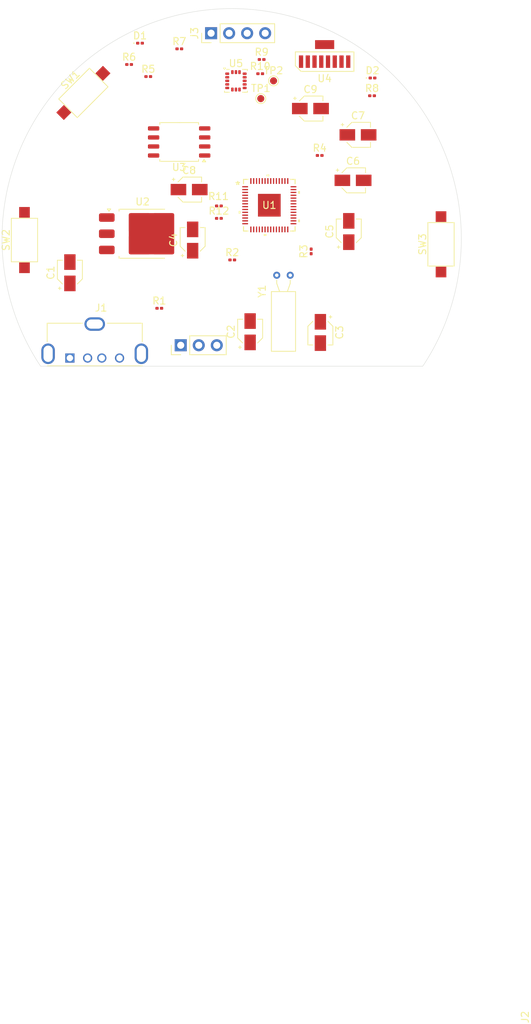
<source format=kicad_pcb>
(kicad_pcb (version 20240108) (generator "pcbnew") (generator_version "8.0")
  (layers (0 "F.Cu" signal) (31 "B.Cu" signal) (34 "B.Paste" user) (35 "F.Paste" user) (36 "B.SilkS" user "B.Silkscreen") (37 "F.SilkS" user "F.Silkscreen") (38 "B.Mask" user) (39 "F.Mask" user) (44 "Edge.Cuts" user))
  (net 0 "")
  (net 1 "+5V")
  (net 2 "GND")
  (net 3 "+3.3V")
  (net 4 "X0")
  (net 5 "X1")
  (net 6 "+1V1")
  (net 7 "Net-(U1-ADC_AVDD)")
  (net 8 "Net-(D1-A)")
  (net 9 "Net-(J1-D-)")
  (net 10 "Net-(J1-D+)")
  (net 12 "SWDIO")
  (net 13 "SWCLK")
  (net 14 "USB_DP")
  (net 15 "USB_DM")
  (net 16 "Net-(U1-RUN)")
  (net 17 "MCS")
  (net 18 "Net-(R6-Pad1)")
  (net 19 "LED0")
  (net 20 "Net-(D2-A)")
  (net 21 "SDA")
  (net 24 "IO2")
  (net 26 "SCL")
  (net 28 "LED1")
  (net 31 "Button1")
  (net 33 "IO3")
  (net 36 "Button2")
  (net 39 "Net-(U5-INT1)")
  (net 41 "IO0")
  (net 44 "MCLK")
  (net 47 "IO1")
  (net 51 "Net-(U5-INT2)")
  (net 55 "IRDA_SD")
  (net 56 "IRDA_RX")
  (net 57 "IRDA_TX")
  (footprint "Capacitor_SMD:CP_Elec_3x5.3" (layer "F.Cu") (at 119.4 87)
    (property "Reference" "C7" (at 0 -2.7 0) (layer "F.SilkS"))
    (property "Value" "10mF")
    (fp_line (start -2.375 -1.435) (end -2 -1.435) (stroke (width 0.12)) (layer "F.SilkS"))
    (fp_line (start -2.1875 -1.6225) (end -2.1875 -1.2475) (stroke (width 0.12)) (layer "F.SilkS"))
    (fp_line (start -1.570563 -1.06) (end -0.870563 -1.76) (stroke (width 0.12)) (layer "F.SilkS"))
    (fp_line (start -1.570563 1.06) (end -0.870563 1.76) (stroke (width 0.12)) (layer "F.SilkS"))
    (fp_line (start -0.870563 -1.76) (end 1.76 -1.76) (stroke (width 0.12)) (layer "F.SilkS"))
    (fp_line (start -0.870563 1.76) (end 1.76 1.76) (stroke (width 0.12)) (layer "F.SilkS"))
    (fp_line (start 1.76 -1.76) (end 1.76 -1.06) (stroke (width 0.12)) (layer "F.SilkS"))
    (fp_line (start 1.76 1.76) (end 1.76 1.06) (stroke (width 0.12)) (layer "F.SilkS"))
    (pad "1" smd rect (at -1.5 0) (size 2.2 1.6) (layers "F.Cu" "F.Paste" "F.Mask") (net 7 "Net-(U1-ADC_AVDD)"))
    (pad "2" smd rect (at 1.5 0) (size 2.2 1.6) (layers "F.Cu" "F.Paste" "F.Mask") (net 2 "GND"))
  )
  (footprint "Resistor_SMD:R_0201_0603Metric" (layer "F.Cu") (at 94.22 74.9)
    (property "Reference" "R7" (at 0 -1.05 0) (layer "F.SilkS"))
    (property "Value" "1K")
    (pad "1" smd roundrect (at -0.32 0) (size 0.46 0.4) (layers "F.Cu" "F.Mask") (net 8 "Net-(D1-A)"))
    (pad "2" smd roundrect (at 0.32 0) (size 0.46 0.4) (layers "F.Cu" "F.Mask") (net 19 "LED0"))
  )
  (footprint "Resistor_SMD:R_0201_0603Metric" (layer "F.Cu") (at 87.145 77.1)
    (property "Reference" "R6" (at 0 -1.05 0) (layer "F.SilkS"))
    (property "Value" "1K")
    (pad "1" smd roundrect (at -0.32 0) (size 0.46 0.4) (layers "F.Cu" "F.Mask") (net 18 "Net-(R6-Pad1)"))
    (pad "2" smd roundrect (at 0.32 0) (size 0.46 0.4) (layers "F.Cu" "F.Mask") (net 17 "MCS"))
  )
  (footprint "Crystal:Crystal_C38-LF_D3.0mm_L8.0mm_Horizontal" (layer "F.Cu") (at 107.95 106.75)
    (property "Reference" "Y1" (at -2.07 2.25 90) (layer "F.SilkS"))
    (property "Value" "12Mhz")
    (fp_line (start -0.75 2.3) (end -0.75 10.7) (stroke (width 0.12)) (layer "F.SilkS"))
    (fp_line (start -0.75 10.7) (end 2.65 10.7) (stroke (width 0.12)) (layer "F.SilkS"))
    (fp_line (start 0 1.15) (end 0 0.7) (stroke (width 0.12)) (layer "F.SilkS"))
    (fp_line (start 0.405 2.3) (end 0 1.15) (stroke (width 0.12)) (layer "F.SilkS"))
    (fp_line (start 1.495 2.3) (end 1.9 1.15) (stroke (width 0.12)) (layer "F.SilkS"))
    (fp_line (start 1.9 1.15) (end 1.9 0.7) (stroke (width 0.12)) (layer "F.SilkS"))
    (fp_line (start 2.65 2.3) (end -0.75 2.3) (stroke (width 0.12)) (layer "F.SilkS"))
    (fp_line (start 2.65 10.7) (end 2.65 2.3) (stroke (width 0.12)) (layer "F.SilkS"))
    (pad "1" thru_hole circle (at 0 0) (size 1 1) (drill 0.5) (layers "*.Cu" "*.Mask") (net 4 "X0"))
    (pad "2" thru_hole circle (at 1.9 0) (size 1 1) (drill 0.5) (layers "*.Cu" "*.Mask"))
  )
  (footprint "Capacitor_SMD:CP_Elec_3x5.3" (layer "F.Cu") (at 78.8 106.4 90)
    (property "Reference" "C1" (at 0 -2.7 -90) (layer "F.SilkS"))
    (property "Value" "100nF")
    (fp_line (start 1.76 -1.76) (end 1.76 -1.06) (stroke (width 0.12)) (layer "F.SilkS"))
    (fp_line (start -0.870563 -1.76) (end 1.76 -1.76) (stroke (width 0.12)) (layer "F.SilkS"))
    (fp_line (start -2.1875 -1.6225) (end -2.1875 -1.2475) (stroke (width 0.12)) (layer "F.SilkS"))
    (fp_line (start -2.375 -1.435) (end -2 -1.435) (stroke (width 0.12)) (layer "F.SilkS"))
    (fp_line (start -1.570563 -1.06) (end -0.870563 -1.76) (stroke (width 0.12)) (layer "F.SilkS"))
    (fp_line (start -1.570563 1.06) (end -0.870563 1.76) (stroke (width 0.12)) (layer "F.SilkS"))
    (fp_line (start 1.76 1.76) (end 1.76 1.06) (stroke (width 0.12)) (layer "F.SilkS"))
    (fp_line (start -0.870563 1.76) (end 1.76 1.76) (stroke (width 0.12)) (layer "F.SilkS"))
    (pad "1" smd rect (at -1.5 0 90) (size 2.2 1.6) (layers "F.Cu" "F.Paste" "F.Mask") (net 1 "+5V"))
    (pad "2" smd rect (at 1.5 0 90) (size 2.2 1.6) (layers "F.Cu" "F.Paste" "F.Mask") (net 2 "GND"))
  )
  (footprint "Capacitor_SMD:CP_Elec_3x5.3" (layer "F.Cu") (at 114.1 114.8 -90)
    (property "Reference" "C3" (at 0 -2.7 90) (layer "F.SilkS"))
    (property "Value" "15pF")
    (fp_line (start -0.870563 1.76) (end 1.76 1.76) (stroke (width 0.12)) (layer "F.SilkS"))
    (fp_line (start 1.76 1.76) (end 1.76 1.06) (stroke (width 0.12)) (layer "F.SilkS"))
    (fp_line (start -1.570563 1.06) (end -0.870563 1.76) (stroke (width 0.12)) (layer "F.SilkS"))
    (fp_line (start -1.570563 -1.06) (end -0.870563 -1.76) (stroke (width 0.12)) (layer "F.SilkS"))
    (fp_line (start -2.375 -1.435) (end -2 -1.435) (stroke (width 0.12)) (layer "F.SilkS"))
    (fp_line (start -2.1875 -1.6225) (end -2.1875 -1.2475) (stroke (width 0.12)) (layer "F.SilkS"))
    (fp_line (start -0.870563 -1.76) (end 1.76 -1.76) (stroke (width 0.12)) (layer "F.SilkS"))
    (fp_line (start 1.76 -1.76) (end 1.76 -1.06) (stroke (width 0.12)) (layer "F.SilkS"))
    (pad "1" smd rect (at -1.5 0 270) (size 2.2 1.6) (layers "F.Cu" "F.Paste" "F.Mask") (net 4 "X0"))
    (pad "2" smd rect (at 1.5 0 270) (size 2.2 1.6) (layers "F.Cu" "F.Paste" "F.Mask") (net 2 "GND"))
  )
  (footprint "Resistor_SMD:R_0201_0603Metric" (layer "F.Cu") (at 121.38 81.5)
    (property "Reference" "R8" (at 0 -1.05 0) (layer "F.SilkS"))
    (property "Value" "1K")
    (pad "1" smd roundrect (at -0.32 0) (size 0.46 0.4) (layers "F.Cu" "F.Mask") (net 20 "Net-(D2-A)"))
    (pad "2" smd roundrect (at 0.32 0) (size 0.46 0.4) (layers "F.Cu" "F.Mask") (net 28 "LED1"))
  )
  (footprint "Connector_USB:USB_A_Molex_105057_Vertical" (layer "F.Cu") (at 78.8 118.4)
    (property "Reference" "J1" (at 4.4 -7.05 0) (layer "F.SilkS"))
    (property "Value" "USB_B_Micro")
    (fp_line (start -3.2 -4.9) (end -3.2 -2.3) (stroke (width 0.12)) (layer "F.SilkS"))
    (fp_line (start -3.2 -4.9) (end 1.75 -4.9) (stroke (width 0.12)) (layer "F.SilkS"))
    (fp_line (start 10.2 -4.9) (end 5.25 -4.9) (stroke (width 0.12)) (layer "F.SilkS"))
    (fp_line (start 10.2 -4.9) (end 10.2 -2.3) (stroke (width 0.12)) (layer "F.SilkS"))
    (fp_line (start 10.2 1.1) (end -3.2 1.1) (stroke (width 0.12)) (layer "F.SilkS"))
    (pad "1" thru_hole rect (at 0 0) (size 1.3 1.3) (drill 0.9) (layers "*.Cu" "*.Mask") (net 1 "+5V"))
    (pad "2" thru_hole circle (at 2.5 0) (size 1.3 1.3) (drill 0.9) (layers "*.Cu" "*.Mask") (net 9 "Net-(J1-D-)"))
    (pad "3" thru_hole circle (at 4.5 0) (size 1.3 1.3) (drill 0.9) (layers "*.Cu" "*.Mask") (net 10 "Net-(J1-D+)"))
    (pad "4" thru_hole circle (at 7 0) (size 1.3 1.3) (drill 0.9) (layers "*.Cu" "*.Mask"))
    (pad "5" thru_hole oval (at -3.07 -0.6 180) (size 1.9 2.9) (drill oval 1.3 2.3) (layers "*.Cu" "*.Mask") (net 2 "GND"))
    (pad "5" thru_hole oval (at 3.5 -4.78 90) (size 1.9 2.9) (drill oval 1.3 2.3) (layers "*.Cu" "*.Mask") (net 2 "GND"))
    (pad "5" thru_hole oval (at 10.07 -0.6) (size 1.9 2.9) (drill oval 1.3 2.3) (layers "*.Cu" "*.Mask") (net 2 "GND"))
  )
  (footprint "Resistor_SMD:R_0201_0603Metric" (layer "F.Cu") (at 91.4 111.4)
    (property "Reference" "R1" (at 0 -1.05 0) (layer "F.SilkS"))
    (property "Value" "27")
    (pad "1" smd roundrect (at -0.32 0) (size 0.46 0.4) (layers "F.Cu" "F.Mask") (net 10 "Net-(J1-D+)"))
    (pad "2" smd roundrect (at 0.32 0) (size 0.46 0.4) (layers "F.Cu" "F.Mask") (net 14 "USB_DP"))
  )
  (footprint "Capacitor_SMD:CP_Elec_3x5.3" (layer "F.Cu") (at 112.7 83.3)
    (property "Reference" "C9" (at 0 -2.7 0) (layer "F.SilkS"))
    (property "Value" "10mF")
    (fp_line (start -2.375 -1.435) (end -2 -1.435) (stroke (width 0.12)) (layer "F.SilkS"))
    (fp_line (start -2.1875 -1.6225) (end -2.1875 -1.2475) (stroke (width 0.12)) (layer "F.SilkS"))
    (fp_line (start -1.570563 -1.06) (end -0.870563 -1.76) (stroke (width 0.12)) (layer "F.SilkS"))
    (fp_line (start -1.570563 1.06) (end -0.870563 1.76) (stroke (width 0.12)) (layer "F.SilkS"))
    (fp_line (start -0.870563 -1.76) (end 1.76 -1.76) (stroke (width 0.12)) (layer "F.SilkS"))
    (fp_line (start -0.870563 1.76) (end 1.76 1.76) (stroke (width 0.12)) (layer "F.SilkS"))
    (fp_line (start 1.76 -1.76) (end 1.76 -1.06) (stroke (width 0.12)) (layer "F.SilkS"))
    (fp_line (start 1.76 1.76) (end 1.76 1.06) (stroke (width 0.12)) (layer "F.SilkS"))
    (pad "1" smd rect (at -1.5 0) (size 2.2 1.6) (layers "F.Cu" "F.Paste" "F.Mask") (net 3 "+3.3V"))
    (pad "2" smd rect (at 1.5 0) (size 2.2 1.6) (layers "F.Cu" "F.Paste" "F.Mask") (net 2 "GND"))
  )
  (footprint "HSDL_3201:HSDL_3201" (layer "F.Cu") (at 114.7 75.9)
    (property "Reference" "U4" (at 0 3.175 0) (layer "F.SilkS"))
    (property "Value" "~")
    (fp_line (start -4.125 -0.575) (end 4.125 -0.575) (stroke (width 0.12)) (layer "F.SilkS"))
    (fp_line (start -4.125 1.375) (end -4.125 -0.575) (stroke (width 0.12)) (layer "F.SilkS"))
    (fp_line (start -3.325 2.175) (end -4.125 1.375) (stroke (width 0.12)) (layer "F.SilkS"))
    (fp_line (start 4.125 -0.575) (end 4.125 2.175) (stroke (width 0.12)) (layer "F.SilkS"))
    (fp_line (start 4.125 2.175) (end -3.325 2.175) (stroke (width 0.12)) (layer "F.SilkS"))
    (pad "1" smd rect (at -3.325 0.8) (size 0.6 1.75) (layers "F.Cu" "F.Paste" "F.Mask") (net 2 "GND"))
    (pad "2" smd rect (at -2.375 0.8) (size 0.6 1.75) (layers "F.Cu" "F.Paste" "F.Mask"))
    (pad "3" smd rect (at -1.425 0.8) (size 0.6 1.75) (layers "F.Cu" "F.Paste" "F.Mask") (net 3 "+3.3V"))
    (pad "4" smd rect (at -0.475 0.8) (size 0.6 1.75) (layers "F.Cu" "F.Paste" "F.Mask") (net 2 "GND"))
    (pad "5" smd rect (at 0.475 0.8) (size 0.6 1.75) (layers "F.Cu" "F.Paste" "F.Mask") (net 55 "IRDA_SD"))
    (pad "6" smd rect (at 1.425 0.8) (size 0.6 1.75) (layers "F.Cu" "F.Paste" "F.Mask") (net 56 "IRDA_RX"))
    (pad "7" smd rect (at 2.375 0.8) (size 0.6 1.75) (layers "F.Cu" "F.Paste" "F.Mask") (net 57 "IRDA_TX"))
    (pad "8" smd rect (at 3.325 0.8) (size 0.6 1.75) (layers "F.Cu" "F.Paste" "F.Mask") (net 3 "+3.3V"))
    (pad "9" smd rect (at 0 -1.6) (size 2.7 1.25) (layers "F.Cu" "F.Paste" "F.Mask") (net 2 "GND"))
  )
  (footprint "Package_SO:SOIC-8_5.23x5.23mm_P1.27mm" (layer "F.Cu") (at 94.2 88 180)
    (property "Reference" "U3" (at 0 -3.56 180) (layer "F.SilkS"))
    (property "Value" "W25Q32JVSS")
    (fp_line (start 2.725 2.725) (end 2.725 2.465) (stroke (width 0.12)) (layer "F.SilkS"))
    (fp_line (start 2.725 -2.725) (end 2.725 -2.465) (stroke (width 0.12)) (layer "F.SilkS"))
    (fp_line (start 0 2.725) (end 2.725 2.725) (stroke (width 0.12)) (layer "F.SilkS"))
    (fp_line (start 0 2.725) (end -2.725 2.725) (stroke (width 0.12)) (layer "F.SilkS"))
    (fp_line (start 0 -2.725) (end 2.725 -2.725) (stroke (width 0.12)) (layer "F.SilkS"))
    (fp_line (start 0 -2.725) (end -2.725 -2.725) (stroke (width 0.12)) (layer "F.SilkS"))
    (fp_line (start -2.725 2.725) (end -2.725 2.465) (stroke (width 0.12)) (layer "F.SilkS"))
    (fp_line (start -2.725 -2.725) (end -2.725 -2.465) (stroke (width 0.12)) (layer "F.SilkS"))
    (fp_poly (pts (xy -3.5075 -2.465) (xy -3.7475 -2.795) (xy -3.2675 -2.795) (xy -3.5075 -2.465)) (stroke (width 0.12)) (fill solid) (layer "F.SilkS"))
    (pad "1" smd roundrect (at -3.6 -1.905 180) (size 1.6 0.6) (layers "F.Cu" "F.Paste" "F.Mask") (net 17 "MCS"))
    (pad "2" smd roundrect (at -3.6 -0.635 180) (size 1.6 0.6) (layers "F.Cu" "F.Paste" "F.Mask") (net 47 "IO1"))
    (pad "3" smd roundrect (at -3.6 0.635 180) (size 1.6 0.6) (layers "F.Cu" "F.Paste" "F.Mask") (net 24 "IO2"))
    (pad "4" smd roundrect (at -3.6 1.905 180) (size 1.6 0.6) (layers "F.Cu" "F.Paste" "F.Mask") (net 2 "GND"))
    (pad "5" smd roundrect (at 3.6 1.905 180) (size 1.6 0.6) (layers "F.Cu" "F.Paste" "F.Mask") (net 41 "IO0"))
    (pad "6" smd roundrect (at 3.6 0.635 180) (size 1.6 0.6) (layers "F.Cu" "F.Paste" "F.Mask") (net 44 "MCLK"))
    (pad "7" smd roundrect (at 3.6 -0.635 180) (size 1.6 0.6) (layers "F.Cu" "F.Paste" "F.Mask") (net 33 "IO3"))
    (pad "8" smd roundrect (at 3.6 -1.905 180) (size 1.6 0.6) (layers "F.Cu" "F.Paste" "F.Mask") (net 3 "+3.3V"))
  )
  (footprint "Resistor_SMD:R_0201_0603Metric" (layer "F.Cu") (at 99.8 97)
    (property "Reference" "R11" (at -0.055 -1.35 0) (layer "F.SilkS"))
    (property "Value" "4.7k")
    (pad "1" smd roundrect (at -0.32 0) (size 0.46 0.4) (layers "F.Cu" "F.Mask") (net 31 "Button1"))
    (pad "2" smd roundrect (at 0.32 0) (size 0.46 0.4) (layers "F.Cu" "F.Mask") (net 3 "+3.3V"))
  )
  (footprint "Resistor_SMD:R_0201_0603Metric" (layer "F.Cu") (at 99.8 98.75)
    (property "Reference" "R12" (at 0 -1.05 0) (layer "F.SilkS"))
    (property "Value" "4.7k")
    (pad "1" smd roundrect (at -0.32 0) (size 0.46 0.4) (layers "F.Cu" "F.Mask") (net 36 "Button2"))
    (pad "2" smd roundrect (at 0.32 0) (size 0.46 0.4) (layers "F.Cu" "F.Mask") (net 3 "+3.3V"))
  )
  (footprint "Button_Switch_SMD:SW_SPST_CK_RS282G05A3" (layer "F.Cu") (at 80.7 81.1 45)
    (property "Reference" "SW1" (at 0 -2.600001 45) (layer "F.SilkS"))
    (property "Value" "SW_Push")
    (fp_line (start -3.06 -1.85) (end 3.06 -1.85) (stroke (width 0.12)) (layer "F.SilkS"))
    (fp_line (start -3.06 1.85) (end -3.06 -1.85) (stroke (width 0.12)) (layer "F.SilkS"))
    (fp_line (start 3.06 -1.85) (end 3.06 1.85) (stroke (width 0.12)) (layer "F.SilkS"))
    (fp_line (start 3.06 1.85) (end -3.06 1.85) (stroke (width 0.12)) (layer "F.SilkS"))
    (pad "1" smd rect (at -3.899999 0 45) (size 1.5 1.5) (layers "F.Cu" "F.Paste" "F.Mask") (net 2 "GND"))
    (pad "2" smd rect (at 3.899999 0 45) (size 1.5 1.5) (layers "F.Cu" "F.Paste" "F.Mask") (net 18 "Net-(R6-Pad1)"))
  )
  (footprint "TestPoint:TestPoint_Pad_D1.0mm" (layer "F.Cu") (at 107.5 79.4)
    (property "Reference" "TP2" (at 0 -1.448 0) (layer "F.SilkS"))
    (property "Value" "TestPoint")
    (fp_circle (center 0 0) (end 0 0.7) (stroke (width 0.12)) (fill none) (layer "F.SilkS"))
    (pad "1" smd circle (at 0 0) (size 1 1) (layers "F.Cu" "F.Mask") (net 51 "Net-(U5-INT2)"))
  )
  (footprint "Button_Switch_SMD:SW_SPST_CK_RS282G05A3" (layer "F.Cu") (at 131.1 102.4 90)
    (property "Reference" "SW3" (at 0 -2.6 -90) (layer "F.SilkS"))
    (property "Value" "SW_Push")
    (fp_line (start 3.06 -1.85) (end 3.06 1.85) (stroke (width 0.12)) (layer "F.SilkS"))
    (fp_line (start -3.06 -1.85) (end 3.06 -1.85) (stroke (width 0.12)) (layer "F.SilkS"))
    (fp_line (start 3.06 1.85) (end -3.06 1.85) (stroke (width 0.12)) (layer "F.SilkS"))
    (fp_line (start -3.06 1.85) (end -3.06 -1.85) (stroke (width 0.12)) (layer "F.SilkS"))
    (pad "1" smd rect (at -3.9 0 90) (size 1.5 1.5) (layers "F.Cu" "F.Paste" "F.Mask") (net 36 "Button2"))
    (pad "2" smd rect (at 3.9 0 90) (size 1.5 1.5) (layers "F.Cu" "F.Paste" "F.Mask") (net 2 "GND"))
  )
  (footprint "LED_SMD:LED_0201_0603Metric" (layer "F.Cu") (at 88.68 74.1)
    (property "Reference" "D1" (at 0 -1.05 0) (layer "F.SilkS"))
    (property "Value" "LED")
    (fp_circle (center -0.86 0) (end -0.81 0) (stroke (width 0.1)) (fill none) (layer "F.SilkS"))
    (pad "1" smd roundrect (at -0.32 0) (size 0.46 0.4) (layers "F.Cu" "F.Mask") (net 2 "GND"))
    (pad "2" smd roundrect (at 0.32 0) (size 0.46 0.4) (layers "F.Cu" "F.Mask") (net 8 "Net-(D1-A)"))
  )
  (footprint "LED_SMD:LED_0201_0603Metric" (layer "F.Cu") (at 121.445 79)
    (property "Reference" "D2" (at 0 -1.05 0) (layer "F.SilkS"))
    (property "Value" "LED")
    (fp_circle (center -0.86 0) (end -0.81 0) (stroke (width 0.1)) (fill none) (layer "F.SilkS"))
    (pad "1" smd roundrect (at -0.32 0) (size 0.46 0.4) (layers "F.Cu" "F.Mask") (net 2 "GND"))
    (pad "2" smd roundrect (at 0.32 0) (size 0.46 0.4) (layers "F.Cu" "F.Mask") (net 20 "Net-(D2-A)"))
  )
  (footprint "Resistor_SMD:R_0201_0603Metric" (layer "F.Cu") (at 89.845 78.8)
    (property "Reference" "R5" (at 0 -1.05 0) (layer "F.SilkS"))
    (property "Value" "10K")
    (pad "1" smd roundrect (at -0.32 0) (size 0.46 0.4) (layers "F.Cu" "F.Mask") (net 17 "MCS"))
    (pad "2" smd roundrect (at 0.32 0) (size 0.46 0.4) (layers "F.Cu" "F.Mask") (net 3 "+3.3V"))
  )
  (footprint "Package_LGA:LGA-16_3x3mm_P0.5mm_LayoutBorder3x5y" (layer "F.Cu") (at 102.2 79.4)
    (property "Reference" "U5" (at 0 -2.45 0) (layer "F.SilkS"))
    (property "Value" "LIS3DH")
    (fp_line (start -1.61 1.61) (end -1.61 1.435) (stroke (width 0.12)) (layer "F.SilkS"))
    (fp_line (start -0.935 -1.61) (end -1.31 -1.61) (stroke (width 0.12)) (layer "F.SilkS"))
    (fp_line (start -0.935 1.61) (end -1.61 1.61) (stroke (width 0.12)) (layer "F.SilkS"))
    (fp_line (start 0.935 -1.61) (end 1.61 -1.61) (stroke (width 0.12)) (layer "F.SilkS"))
    (fp_line (start 0.935 1.61) (end 1.61 1.61) (stroke (width 0.12)) (layer "F.SilkS"))
    (fp_line (start 1.61 -1.61) (end 1.61 -1.435) (stroke (width 0.12)) (layer "F.SilkS"))
    (fp_line (start 1.61 1.61) (end 1.61 1.435) (stroke (width 0.12)) (layer "F.SilkS"))
    (fp_poly (pts (xy -1.61 -1.61) (xy -1.75 -1.8) (xy -1.47 -1.8) (xy -1.61 -1.61)) (stroke (width 0.12)) (fill solid) (layer "F.SilkS"))
    (pad "1" smd roundrect (at -1.225 -1) (size 0.55 0.35) (layers "F.Cu" "F.Paste" "F.Mask") (net 3 "+3.3V"))
    (pad "2" smd roundrect (at -1.225 -0.5) (size 0.55 0.35) (layers "F.Cu" "F.Paste" "F.Mask"))
    (pad "3" smd roundrect (at -1.225 0) (size 0.55 0.35) (layers "F.Cu" "F.Paste" "F.Mask"))
    (pad "4" smd roundrect (at -1.225 0.5) (size 0.55 0.35) (layers "F.Cu" "F.Paste" "F.Mask") (net 26 "SCL"))
    (pad "5" smd roundrect (at -1.225 1) (size 0.55 0.35) (layers "F.Cu" "F.Paste" "F.Mask") (net 2 "GND"))
    (pad "6" smd roundrect (at -0.5 1.225) (size 0.35 0.55) (layers "F.Cu" "F.Paste" "F.Mask") (net 21 "SDA"))
    (pad "7" smd roundrect (at 0 1.225) (size 0.35 0.55) (layers "F.Cu" "F.Paste" "F.Mask"))
    (pad "8" smd roundrect (at 0.5 1.225) (size 0.35 0.55) (layers "F.Cu" "F.Paste" "F.Mask") (net 3 "+3.3V"))
    (pad "9" smd roundrect (at 1.225 1) (size 0.55 0.35) (layers "F.Cu" "F.Paste" "F.Mask") (net 51 "Net-(U5-INT2)"))
    (pad "10" smd roundrect (at 1.225 0.5) (size 0.55 0.35) (layers "F.Cu" "F.Paste" "F.Mask") (net 2 "GND"))
    (pad "11" smd roundrect (at 1.225 0) (size 0.55 0.35) (layers "F.Cu" "F.Paste" "F.Mask") (net 39 "Net-(U5-INT1)"))
    (pad "12" smd roundrect (at 1.225 -0.5) (size 0.55 0.35) (layers "F.Cu" "F.Paste" "F.Mask") (net 2 "GND"))
    (pad "13" smd roundrect (at 1.225 -1) (size 0.55 0.35) (layers "F.Cu" "F.Paste" "F.Mask"))
    (pad "14" smd roundrect (at 0.5 -1.225) (size 0.35 0.55) (layers "F.Cu" "F.Paste" "F.Mask") (net 3 "+3.3V"))
    (pad "15" smd roundrect (at 0 -1.225) (size 0.35 0.55) (layers "F.Cu" "F.Paste" "F.Mask"))
    (pad "16" smd roundrect (at -0.5 -1.225) (size 0.35 0.55) (layers "F.Cu" "F.Paste" "F.Mask"))
  )
  (footprint "Connector_PinHeader_2.54mm:PinHeader_1x04_P2.54mm_Vertical" (layer "F.Cu") (at 98.7 72.7 90)
    (property "Reference" "J3" (at 0 -2.33 -90) (layer "F.SilkS"))
    (property "Value" "Conn_01x04")
    (fp_line (start -1.33 -1.33) (end 0 -1.33) (stroke (width 0.12)) (layer "F.SilkS"))
    (fp_line (start -1.33 0) (end -1.33 -1.33) (stroke (width 0.12)) (layer "F.SilkS"))
    (fp_line (start 1.33 1.27) (end 1.33 8.95) (stroke (width 0.12)) (layer "F.SilkS"))
    (fp_line (start -1.33 1.27) (end 1.33 1.27) (stroke (width 0.12)) (layer "F.SilkS"))
    (fp_line (start -1.33 1.27) (end -1.33 8.95) (stroke (width 0.12)) (layer "F.SilkS"))
    (fp_line (start -1.33 8.95) (end 1.33 8.95) (stroke (width 0.12)) (layer "F.SilkS"))
    (pad "1" thru_hole rect (at 0 0 90) (size 1.7 1.7) (drill 1) (layers "*.Cu" "*.Mask") (net 2 "GND"))
    (pad "2" thru_hole oval (at 0 2.54 90) (size 1.7 1.7) (drill 1) (layers "*.Cu" "*.Mask") (net 3 "+3.3V"))
    (pad "3" thru_hole oval (at 0 5.08 90) (size 1.7 1.7) (drill 1) (layers "*.Cu" "*.Mask") (net 26 "SCL"))
    (pad "4" thru_hole oval (at 0 7.62 90) (size 1.7 1.7) (drill 1) (layers "*.Cu" "*.Mask") (net 21 "SDA"))
  )
  (footprint "Button_Switch_SMD:SW_SPST_CK_RS282G05A3" (layer "F.Cu") (at 72.4 101.8 90)
    (property "Reference" "SW2" (at 0 -2.6 -90) (layer "F.SilkS"))
    (property "Value" "SW_Push")
    (fp_line (start 3.06 -1.85) (end 3.06 1.85) (stroke (width 0.12)) (layer "F.SilkS"))
    (fp_line (start -3.06 -1.85) (end 3.06 -1.85) (stroke (width 0.12)) (layer "F.SilkS"))
    (fp_line (start 3.06 1.85) (end -3.06 1.85) (stroke (width 0.12)) (layer "F.SilkS"))
    (fp_line (start -3.06 1.85) (end -3.06 -1.85) (stroke (width 0.12)) (layer "F.SilkS"))
    (pad "1" smd rect (at -3.9 0 90) (size 1.5 1.5) (layers "F.Cu" "F.Paste" "F.Mask") (net 31 "Button1"))
    (pad "2" smd rect (at 3.9 0 90) (size 1.5 1.5) (layers "F.Cu" "F.Paste" "F.Mask") (net 2 "GND"))
  )
  (footprint "Resistor_SMD:R_0201_0603Metric" (layer "F.Cu") (at 105.62 78.4)
    (property "Reference" "R10" (at 0 -1.05 0) (layer "F.SilkS"))
    (property "Value" "4.7k")
    (pad "1" smd roundrect (at -0.32 0) (size 0.46 0.4) (layers "F.Cu" "F.Mask") (net 26 "SCL"))
    (pad "2" smd roundrect (at 0.32 0) (size 0.46 0.4) (layers "F.Cu" "F.Mask") (net 3 "+3.3V"))
  )
  (footprint "Resistor_SMD:R_0201_0603Metric" (layer "F.Cu") (at 101.68 104.6)
    (property "Reference" "R2" (at 0 -1.05 0) (layer "F.SilkS"))
    (property "Value" "27")
    (pad "1" smd roundrect (at -0.32 0) (size 0.46 0.4) (layers "F.Cu" "F.Mask") (net 9 "Net-(J1-D-)"))
    (pad "2" smd roundrect (at 0.32 0) (size 0.46 0.4) (layers "F.Cu" "F.Mask") (net 15 "USB_DM"))
  )
  (footprint "Capacitor_SMD:CP_Elec_3x5.3" (layer "F.Cu") (at 118.7 93.4)
    (property "Reference" "C6" (at 0 -2.7 0) (layer "F.SilkS"))
    (property "Value" "10mF")
    (fp_line (start -2.375 -1.435) (end -2 -1.435) (stroke (width 0.12)) (layer "F.SilkS"))
    (fp_line (start -2.1875 -1.6225) (end -2.1875 -1.2475) (stroke (width 0.12)) (layer "F.SilkS"))
    (fp_line (start -1.570563 -1.06) (end -0.870563 -1.76) (stroke (width 0.12)) (layer "F.SilkS"))
    (fp_line (start -1.570563 1.06) (end -0.870563 1.76) (stroke (width 0.12)) (layer "F.SilkS"))
    (fp_line (start -0.870563 -1.76) (end 1.76 -1.76) (stroke (width 0.12)) (layer "F.SilkS"))
    (fp_line (start -0.870563 1.76) (end 1.76 1.76) (stroke (width 0.12)) (layer "F.SilkS"))
    (fp_line (start 1.76 -1.76) (end 1.76 -1.06) (stroke (width 0.12)) (layer "F.SilkS"))
    (fp_line (start 1.76 1.76) (end 1.76 1.06) (stroke (width 0.12)) (layer "F.SilkS"))
    (pad "1" smd rect (at -1.5 0) (size 2.2 1.6) (layers "F.Cu" "F.Paste" "F.Mask") (net 3 "+3.3V"))
    (pad "2" smd rect (at 1.5 0) (size 2.2 1.6) (layers "F.Cu" "F.Paste" "F.Mask") (net 2 "GND"))
  )
  (footprint "Package_TO_SOT_SMD:TO-252-3_TabPin2" (layer "F.Cu") (at 89.04 100.9125)
    (property "Reference" "U2" (at 0 -4.5 0) (layer "F.SilkS"))
    (property "Value" "AMS1117CD-3.3")
    (fp_line (start -3.31 -3.45) (end -3.31 -3.18) (stroke (width 0.12)) (layer "F.SilkS"))
    (fp_line (start -3.31 3.45) (end -3.31 3.18) (stroke (width 0.12)) (layer "F.SilkS"))
    (fp_line (start 3.11 -3.45) (end -3.31 -3.45) (stroke (width 0.12)) (layer "F.SilkS"))
    (fp_line (start 3.11 3.45) (end -3.31 3.45) (stroke (width 0.12)) (layer "F.SilkS"))
    (fp_poly (pts (xy -4.725 -3.16) (xy -4.965 -3.49) (xy -4.485 -3.49) (xy -4.725 -3.16)) (stroke (width 0.12)) (fill solid) (layer "F.SilkS"))
    (pad "1" smd roundrect (at -5.04 -2.28) (size 2.2 1.2) (layers "F.Cu" "F.Paste" "F.Mask") (roundrect_rratio 0.208333) (net 2 "GND"))
    (pad "2" smd roundrect (at -5.04 0) (size 2.2 1.2) (layers "F.Cu" "F.Paste" "F.Mask") (roundrect_rratio 0.208333) (net 3 "+3.3V"))
    (pad "2" smd roundrect (at -0.415 -1.525) (size 3.05 2.75) (layers "F.Cu" "F.Paste") (roundrect_rratio 0.090909) (net 3 "+3.3V"))
    (pad "2" smd roundrect (at -0.415 1.525) (size 3.05 2.75) (layers "F.Cu" "F.Paste") (roundrect_rratio 0.090909) (net 3 "+3.3V"))
    (pad "2" smd roundrect (at 1.26 0) (size 6.4 5.8) (layers "F.Cu" "F.Mask") (roundrect_rratio 0.043103) (net 3 "+3.3V"))
    (pad "2" smd roundrect (at 2.935 -1.525) (size 3.05 2.75) (layers "F.Cu" "F.Paste") (roundrect_rratio 0.090909) (net 3 "+3.3V"))
    (pad "2" smd roundrect (at 2.935 1.525) (size 3.05 2.75) (layers "F.Cu" "F.Paste") (roundrect_rratio 0.090909) (net 3 "+3.3V"))
    (pad "3" smd roundrect (at -5.04 2.28) (size 2.2 1.2) (layers "F.Cu" "F.Paste" "F.Mask") (roundrect_rratio 0.208333) (net 1 "+5V"))
  )
  (footprint "Capacitor_SMD:CP_Elec_3x5.3" (layer "F.Cu") (at 96.1 101.8 90)
    (property "Reference" "C4" (at 0 -2.7 -90) (layer "F.SilkS"))
    (property "Value" "15pF")
    (fp_line (start 1.76 -1.76) (end 1.76 -1.06) (stroke (width 0.12)) (layer "F.SilkS"))
    (fp_line (start -0.870563 -1.76) (end 1.76 -1.76) (stroke (width 0.12)) (layer "F.SilkS"))
    (fp_line (start -2.1875 -1.6225) (end -2.1875 -1.2475) (stroke (width 0.12)) (layer "F.SilkS"))
    (fp_line (start -2.375 -1.435) (end -2 -1.435) (stroke (width 0.12)) (layer "F.SilkS"))
    (fp_line (start -1.570563 -1.06) (end -0.870563 -1.76) (stroke (width 0.12)) (layer "F.SilkS"))
    (fp_line (start -1.570563 1.06) (end -0.870563 1.76) (stroke (width 0.12)) (layer "F.SilkS"))
    (fp_line (start 1.76 1.76) (end 1.76 1.06) (stroke (width 0.12)) (layer "F.SilkS"))
    (fp_line (start -0.870563 1.76) (end 1.76 1.76) (stroke (width 0.12)) (layer "F.SilkS"))
    (pad "1" smd rect (at -1.5 0 90) (size 2.2 1.6) (layers "F.Cu" "F.Paste" "F.Mask") (net 5 "X1"))
    (pad "2" smd rect (at 1.5 0 90) (size 2.2 1.6) (layers "F.Cu" "F.Paste" "F.Mask") (net 2 "GND"))
  )
  (footprint "Capacitor_SMD:CP_Elec_3x5.3" (layer "F.Cu") (at 95.6 94.7)
    (property "Reference" "C8" (at 0 -2.7 0) (layer "F.SilkS"))
    (property "Value" "100nF")
    (fp_line (start -2.375 -1.435) (end -2 -1.435) (stroke (width 0.12)) (layer "F.SilkS"))
    (fp_line (start -2.1875 -1.6225) (end -2.1875 -1.2475) (stroke (width 0.12)) (layer "F.SilkS"))
    (fp_line (start -1.570563 -1.06) (end -0.870563 -1.76) (stroke (width 0.12)) (layer "F.SilkS"))
    (fp_line (start -1.570563 1.06) (end -0.870563 1.76) (stroke (width 0.12)) (layer "F.SilkS"))
    (fp_line (start -0.870563 -1.76) (end 1.76 -1.76) (stroke (width 0.12)) (layer "F.SilkS"))
    (fp_line (start -0.870563 1.76) (end 1.76 1.76) (stroke (width 0.12)) (layer "F.SilkS"))
    (fp_line (start 1.76 -1.76) (end 1.76 -1.06) (stroke (width 0.12)) (layer "F.SilkS"))
    (fp_line (start 1.76 1.76) (end 1.76 1.06) (stroke (width 0.12)) (layer "F.SilkS"))
    (pad "1" smd rect (at -1.5 0) (size 2.2 1.6) (layers "F.Cu" "F.Paste" "F.Mask") (net 3 "+3.3V"))
    (pad "2" smd rect (at 1.5 0) (size 2.2 1.6) (layers "F.Cu" "F.Paste" "F.Mask") (net 2 "GND"))
  )
  (footprint "RP2040:IC57_RP2040" (layer "F.Cu") (at 106.9036 96.9)
    (property "Reference" "U1" (at 0 0 0) (layer "F.SilkS"))
    (property "Value" "RP2040")
    (fp_line (start -3.6322 -3.6322) (end -3.6322 -3.02164) (stroke (width 0.1524)) (layer "F.SilkS"))
    (fp_line (start -3.6322 3.02164) (end -3.6322 3.6322) (stroke (width 0.1524)) (layer "F.SilkS"))
    (fp_line (start -3.6322 3.6322) (end -3.02164 3.6322) (stroke (width 0.1524)) (layer "F.SilkS"))
    (fp_line (start -3.02164 -3.6322) (end -3.6322 -3.6322) (stroke (width 0.1524)) (layer "F.SilkS"))
    (fp_line (start 3.02164 3.6322) (end 3.6322 3.6322) (stroke (width 0.1524)) (layer "F.SilkS"))
    (fp_line (start 3.6322 -3.6322) (end 3.02164 -3.6322) (stroke (width 0.1524)) (layer "F.SilkS"))
    (fp_line (start 3.6322 -3.02164) (end 3.6322 -3.6322) (stroke (width 0.1524)) (layer "F.SilkS"))
    (fp_line (start 3.6322 3.6322) (end 3.6322 3.02164) (stroke (width 0.1524)) (layer "F.SilkS"))
    (fp_poly (pts (xy -4.318 0.809501) (xy -4.318 1.190501) (xy -4.064 1.190501) (xy -4.064 0.809501)) (fill solid) (layer "F.SilkS"))
    (fp_poly (pts (xy -0.790499 4.064) (xy -0.790499 4.318) (xy -0.409499 4.318) (xy -0.409499 4.064)) (fill solid) (layer "F.SilkS"))
    (fp_poly (pts (xy -0.3905 -4.064) (xy -0.3905 -4.318) (xy -0.0095 -4.318) (xy -0.0095 -4.064)) (fill solid) (layer "F.SilkS"))
    (fp_poly (pts (xy 4.318 -1.990499) (xy 4.318 -1.609499) (xy 4.064 -1.609499) (xy 4.064 -1.990499)) (fill solid) (layer "F.SilkS"))
    (fp_poly (pts (xy 4.318 2.009501) (xy 4.318 2.390501) (xy 4.064 2.390501) (xy 4.064 2.009501)) (fill solid) (layer "F.SilkS"))
    (fp_text user "*" (at -4.445 -2.8 0) (layer "F.SilkS"))
    (fp_text user "*" (at -4.445 -2.8 0) (layer "F.SilkS"))
    (pad "1" smd rect (at -3.4036 -2.6 90) (size 0.1778 0.8128) (layers "F.Cu" "F.Paste" "F.Mask") (net 3 "+3.3V"))
    (pad "2" smd rect (at -3.4036 -2.200001 90) (size 0.1778 0.8128) (layers "F.Cu" "F.Paste" "F.Mask") (net 19 "LED0"))
    (pad "3" smd rect (at -3.4036 -1.799999 90) (size 0.1778 0.8128) (layers "F.Cu" "F.Paste" "F.Mask") (net 28 "LED1"))
    (pad "4" smd rect (at -3.4036 -1.4 90) (size 0.1778 0.8128) (layers "F.Cu" "F.Paste" "F.Mask") (net 21 "SDA"))
    (pad "5" smd rect (at -3.4036 -1.000001 90) (size 0.1778 0.8128) (layers "F.Cu" "F.Paste" "F.Mask") (net 26 "SCL"))
    (pad "6" smd rect (at -3.4036 -0.599999 90) (size 0.1778 0.8128) (layers "F.Cu" "F.Paste" "F.Mask") (net 56 "IRDA_RX"))
    (pad "7" smd rect (at -3.4036 -0.2 90) (size 0.1778 0.8128) (layers "F.Cu" "F.Paste" "F.Mask") (net 57 "IRDA_TX"))
    (pad "8" smd rect (at -3.4036 0.2 90) (size 0.1778 0.8128) (layers "F.Cu" "F.Paste" "F.Mask") (net 55 "IRDA_SD"))
    (pad "9" smd rect (at -3.4036 0.599999 90) (size 0.1778 0.8128) (layers "F.Cu" "F.Paste" "F.Mask") (net 31 "Button1"))
    (pad "10" smd rect (at -3.4036 1.000001 90) (size 0.1778 0.8128) (layers "F.Cu" "F.Paste" "F.Mask") (net 3 "+3.3V"))
    (pad "11" smd rect (at -3.4036 1.4 90) (size 0.1778 0.8128) (layers "F.Cu" "F.Paste" "F.Mask") (net 36 "Button2"))
    (pad "12" smd rect (at -3.4036 1.799999 90) (size 0.1778 0.8128) (layers "F.Cu" "F.Paste" "F.Mask"))
    (pad "13" smd rect (at -3.4036 2.200001 90) (size 0.1778 0.8128) (layers "F.Cu" "F.Paste" "F.Mask"))
    (pad "14" smd rect (at -3.4036 2.6 90) (size 0.1778 0.8128) (layers "F.Cu" "F.Paste" "F.Mask"))
    (pad "15" smd rect (at -2.6 3.4036) (size 0.1778 0.8128) (layers "F.Cu" "F.Paste" "F.Mask"))
    (pad "16" smd rect (at -2.200001 3.4036) (size 0.1778 0.8128) (layers "F.Cu" "F.Paste" "F.Mask"))
    (pad "17" smd rect (at -1.799999 3.4036) (size 0.1778 0.8128) (layers "F.Cu" "F.Paste" "F.Mask"))
    (pad "18" smd rect (at -1.4 3.4036) (size 0.1778 0.8128) (layers "F.Cu" "F.Paste" "F.Mask"))
    (pad "19" smd rect (at -1.000001 3.4036) (size 0.1778 0.8128) (layers "F.Cu" "F.Paste" "F.Mask") (net 2 "GND"))
    (pad "20" smd rect (at -0.599999 3.4036) (size 0.1778 0.8128) (layers "F.Cu" "F.Paste" "F.Mask") (net 4 "X0"))
    (pad "21" smd rect (at -0.2 3.4036) (size 0.1778 0.8128) (layers "F.Cu" "F.Paste" "F.Mask") (net 5 "X1"))
    (pad "22" smd rect (at 0.2 3.4036) (size 0.1778 0.8128) (layers "F.Cu" "F.Paste" "F.Mask") (net 3 "+3.3V"))
    (pad "23" smd rect (at 0.599999 3.4036) (size 0.1778 0.8128) (layers "F.Cu" "F.Paste" "F.Mask") (net 6 "+1V1"))
    (pad "24" smd rect (at 1.000001 3.4036) (size 0.1778 0.8128) (layers "F.Cu" "F.Paste" "F.Mask") (net 13 "SWCLK"))
    (pad "25" smd rect (at 1.4 3.4036) (size 0.1778 0.8128) (layers "F.Cu" "F.Paste" "F.Mask") (net 12 "SWDIO"))
    (pad "26" smd rect (at 1.799999 3.4036) (size 0.1778 0.8128) (layers "F.Cu" "F.Paste" "F.Mask") (net 16 "Net-(U1-RUN)"))
    (pad "27" smd rect (at 2.200001 3.4036) (size 0.1778 0.8128) (layers "F.Cu" "F.Paste" "F.Mask"))
    (pad "28" smd rect (at 2.6 3.4036) (size 0.1778 0.8128) (layers "F.Cu" "F.Paste" "F.Mask"))
    (pad "29" smd rect (at 3.4036 2.6 90) (size 0.1778 0.8128) (layers "F.Cu" "F.Paste" "F.Mask"))
    (pad "30" smd rect (at 3.4036 2.200001 90) (size 0.1778 0.8128) (layers "F.Cu" "F.Paste" "F.Mask"))
    (pad "31" smd rect (at 3.4036 1.799999 90) (size 0.1778 0.8128) (layers "F.Cu" "F.Paste" "F.Mask"))
    (pad "32" smd rect (at 3.4036 1.4 90) (size 0.1778 0.8128) (layers "F.Cu" "F.Paste" "F.Mask"))
    (pad "33" smd rect (at 3.4036 1.000001 90) (size 0.1778 0.8128) (layers "F.Cu" "F.Paste" "F.Mask") (net 3 "+3.3V"))
    (pad "34" smd rect (at 3.4036 0.599999 90) (size 0.1778 0.8128) (layers "F.Cu" "F.Paste" "F.Mask"))
    (pad "35" smd rect (at 3.4036 0.2 90) (size 0.1778 0.8128) (layers "F.Cu" "F.Paste" "F.Mask"))
    (pad "36" smd rect (at 3.4036 -0.2 90) (size 0.1778 0.8128) (layers "F.Cu" "F.Paste" "F.Mask"))
    (pad "37" smd rect (at 3.4036 -0.599999 90) (size 0.1778 0.8128) (layers "F.Cu" "F.Paste" "F.Mask"))
    (pad "38" smd rect (at 3.4036 -1.000001 90) (size 0.1778 0.8128) (layers "F.Cu" "F.Paste" "F.Mask"))
    (pad "39" smd rect (at 3.4036 -1.4 90) (size 0.1778 0.8128) (layers "F.Cu" "F.Paste" "F.Mask"))
    (pad "40" smd rect (at 3.4036 -1.799999 90) (size 0.1778 0.8128) (layers "F.Cu" "F.Paste" "F.Mask"))
    (pad "41" smd rect (at 3.4036 -2.200001 90) (size 0.1778 0.8128) (layers "F.Cu" "F.Paste" "F.Mask"))
    (pad "42" smd rect (at 3.4036 -2.6 90) (size 0.1778 0.8128) (layers "F.Cu" "F.Paste" "F.Mask") (net 3 "+3.3V"))
    (pad "43" smd rect (at 2.6 -3.4036) (size 0.1778 0.8128) (layers "F.Cu" "F.Paste" "F.Mask") (net 7 "Net-(U1-ADC_AVDD)"))
    (pad "44" smd rect (at 2.200001 -3.4036) (size 0.1778 0.8128) (layers "F.Cu" "F.Paste" "F.Mask") (net 3 "+3.3V"))
    (pad "45" smd rect (at 1.799999 -3.4036) (size 0.1778 0.8128) (layers "F.Cu" "F.Paste" "F.Mask") (net 6 "+1V1"))
    (pad "46" smd rect (at 1.4 -3.4036) (size 0.1778 0.8128) (layers "F.Cu" "F.Paste" "F.Mask") (net 15 "USB_DM"))
    (pad "47" smd rect (at 1.000001 -3.4036) (size 0.1778 0.8128) (layers "F.Cu" "F.Paste" "F.Mask") (net 14 "USB_DP"))
    (pad "48" smd rect (at 0.599999 -3.4036) (size 0.1778 0.8128) (layers "F.Cu" "F.Paste" "F.Mask") (net 3 "+3.3V"))
    (pad "49" smd rect (at 0.2 -3.4036) (size 0.1778 0.8128) (layers "F.Cu" "F.Paste" "F.Mask") (net 3 "+3.3V"))
    (pad "50" smd rect (at -0.2 -3.4036) (size 0.1778 0.8128) (layers "F.Cu" "F.Paste" "F.Mask") (net 6 "+1V1"))
    (pad "51" smd rect (at -0.599999 -3.4036) (size 0.1778 0.8128) (layers "F.Cu" "F.Paste" "F.Mask") (net 33 "IO3"))
    (pad "52" smd rect (at -1.000001 -3.4036) (size 0.1778 0.8128) (layers "F.Cu" "F.Paste" "F.Mask") (net 44 "MCLK"))
    (pad "53" smd rect (at -1.4 -3.4036) (size 0.1778 0.8128) (layers "F.Cu" "F.Paste" "F.Mask") (net 41 "IO0"))
    (pad "54" smd rect (at -1.799999 -3.4036) (size 0.1778 0.8128) (layers "F.Cu" "F.Paste" "F.Mask") (net 24 "IO2"))
    (pad "55" smd rect (at -2.200001 -3.4036) (size 0.1778 0.8128) (layers "F.Cu" "F.Paste" "F.Mask") (net 47 "IO1"))
    (pad "56" smd rect (at -2.6 -3.4036) (size 0.1778 0.8128) (layers "F.Cu" "F.Paste" "F.Mask") (net 17 "MCS"))
    (pad "57" smd rect (at 0 0) (size 3.2004 3.2004) (layers "F.Cu" "F.Paste" "F.Mask") (net 2 "GND"))
  )
  (footprint "TestPoint:TestPoint_Pad_D1.0mm" (layer "F.Cu") (at 105.7 81.9)
    (property "Reference" "TP1" (at 0 -1.448 0) (layer "F.SilkS"))
    (property "Value" "TestPoint")
    (fp_circle (center 0 0) (end 0 0.7) (stroke (width 0.12)) (fill none) (layer "F.SilkS"))
    (pad "1" smd circle (at 0 0) (size 1 1) (layers "F.Cu" "F.Mask") (net 39 "Net-(U5-INT1)"))
  )
  (footprint "Resistor_SMD:R_0201_0603Metric" (layer "F.Cu") (at 112.8 103.4 90)
    (property "Reference" "R3" (at 0 -1.05 -90) (layer "F.SilkS"))
    (property "Value" "10K")
    (pad "1" smd roundrect (at -0.32 0 90) (size 0.46 0.4) (layers "F.Cu" "F.Mask") (net 3 "+3.3V"))
    (pad "2" smd roundrect (at 0.32 0 90) (size 0.46 0.4) (layers "F.Cu" "F.Mask") (net 16 "Net-(U1-RUN)"))
  )
  (footprint "Resistor_SMD:R_0201_0603Metric" (layer "F.Cu") (at 105.82 76.4)
    (property "Reference" "R9" (at 0 -1.05 0) (layer "F.SilkS"))
    (property "Value" "4.7k")
    (pad "1" smd roundrect (at -0.32 0) (size 0.46 0.4) (layers "F.Cu" "F.Mask") (net 21 "SDA"))
    (pad "2" smd roundrect (at 0.32 0) (size 0.46 0.4) (layers "F.Cu" "F.Mask") (net 3 "+3.3V"))
  )
  (footprint "Capacitor_SMD:CP_Elec_3x5.3" (layer "F.Cu") (at 104.2 114.7 90)
    (property "Reference" "C2" (at 0 -2.7 -90) (layer "F.SilkS"))
    (property "Value" "100nF")
    (fp_line (start 1.76 -1.76) (end 1.76 -1.06) (stroke (width 0.12)) (layer "F.SilkS"))
    (fp_line (start -0.870563 -1.76) (end 1.76 -1.76) (stroke (width 0.12)) (layer "F.SilkS"))
    (fp_line (start -2.1875 -1.6225) (end -2.1875 -1.2475) (stroke (width 0.12)) (layer "F.SilkS"))
    (fp_line (start -2.375 -1.435) (end -2 -1.435) (stroke (width 0.12)) (layer "F.SilkS"))
    (fp_line (start -1.570563 -1.06) (end -0.870563 -1.76) (stroke (width 0.12)) (layer "F.SilkS"))
    (fp_line (start -1.570563 1.06) (end -0.870563 1.76) (stroke (width 0.12)) (layer "F.SilkS"))
    (fp_line (start 1.76 1.76) (end 1.76 1.06) (stroke (width 0.12)) (layer "F.SilkS"))
    (fp_line (start -0.870563 1.76) (end 1.76 1.76) (stroke (width 0.12)) (layer "F.SilkS"))
    (pad "1" smd rect (at -1.5 0 90) (size 2.2 1.6) (layers "F.Cu" "F.Paste" "F.Mask") (net 3 "+3.3V"))
    (pad "2" smd rect (at 1.5 0 90) (size 2.2 1.6) (layers "F.Cu" "F.Paste" "F.Mask") (net 2 "GND"))
  )
  (footprint "Capacitor_SMD:CP_Elec_3x5.3" (layer "F.Cu") (at 118.1 100.6 90)
    (property "Reference" "C5" (at 0 -2.7 -90) (layer "F.SilkS"))
    (property "Value" "10mF")
    (fp_line (start 1.76 -1.76) (end 1.76 -1.06) (stroke (width 0.12)) (layer "F.SilkS"))
    (fp_line (start -0.870563 -1.76) (end 1.76 -1.76) (stroke (width 0.12)) (layer "F.SilkS"))
    (fp_line (start -2.1875 -1.6225) (end -2.1875 -1.2475) (stroke (width 0.12)) (layer "F.SilkS"))
    (fp_line (start -2.375 -1.435) (end -2 -1.435) (stroke (width 0.12)) (layer "F.SilkS"))
    (fp_line (start -1.570563 -1.06) (end -0.870563 -1.76) (stroke (width 0.12)) (layer "F.SilkS"))
    (fp_line (start -1.570563 1.06) (end -0.870563 1.76) (stroke (width 0.12)) (layer "F.SilkS"))
    (fp_line (start 1.76 1.76) (end 1.76 1.06) (stroke (width 0.12)) (layer "F.SilkS"))
    (fp_line (start -0.870563 1.76) (end 1.76 1.76) (stroke (width 0.12)) (layer "F.SilkS"))
    (pad "1" smd rect (at -1.5 0 90) (size 2.2 1.6) (layers "F.Cu" "F.Paste" "F.Mask") (net 6 "+1V1"))
    (pad "2" smd rect (at 1.5 0 90) (size 2.2 1.6) (layers "F.Cu" "F.Paste" "F.Mask") (net 2 "GND"))
  )
  (footprint "Resistor_SMD:R_0201_0603Metric" (layer "F.Cu") (at 114 89.9)
    (property "Reference" "R4" (at 0 -1.05 0) (layer "F.SilkS"))
    (property "Value" "100")
    (pad "1" smd roundrect (at -0.32 0) (size 0.46 0.4) (layers "F.Cu" "F.Mask") (net 7 "Net-(U1-ADC_AVDD)"))
    (pad "2" smd roundrect (at 0.32 0) (size 0.46 0.4) (layers "F.Cu" "F.Mask") (net 3 "+3.3V"))
  )
  (footprint "Connector_PinHeader_2.54mm:PinHeader_1x03_P2.54mm_Vertical" (layer "F.Cu") (at 94.42 116.6 90)
    (property "Reference" "J2" (at -94.52 48.535 -90) (layer "F.SilkS"))
    (property "Value" "Conn_01x03")
    (fp_line (start -1.33 -1.33) (end 0 -1.33) (stroke (width 0.12)) (layer "F.SilkS"))
    (fp_line (start -1.33 0) (end -1.33 -1.33) (stroke (width 0.12)) (layer "F.SilkS"))
    (fp_line (start 1.33 1.27) (end 1.33 6.41) (stroke (width 0.12)) (layer "F.SilkS"))
    (fp_line (start -1.33 1.27) (end 1.33 1.27) (stroke (width 0.12)) (layer "F.SilkS"))
    (fp_line (start -1.33 1.27) (end -1.33 6.41) (stroke (width 0.12)) (layer "F.SilkS"))
    (fp_line (start -1.33 6.41) (end 1.33 6.41) (stroke (width 0.12)) (layer "F.SilkS"))
    (pad "1" thru_hole rect (at 0 0 90) (size 1.7 1.7) (drill 1) (layers "*.Cu" "*.Mask") (net 13 "SWCLK"))
    (pad "2" thru_hole oval (at 0 2.54 90) (size 1.7 1.7) (drill 1) (layers "*.Cu" "*.Mask") (net 2 "GND"))
    (pad "3" thru_hole oval (at 0 5.08 90) (size 1.7 1.7) (drill 1) (layers "*.Cu" "*.Mask") (net 12 "SWDIO"))
  )
  (gr_line (start 128.526697 119.551127) (end 74.673303 119.551127) (stroke (width 0.05)) (layer "Edge.Cuts"))
  (gr_arc (start 74.673303 119.551127) (mid 101.6 69.23814) (end 128.526697 119.551127) (stroke (width 0.05)) (layer "Edge.Cuts"))
)
</source>
